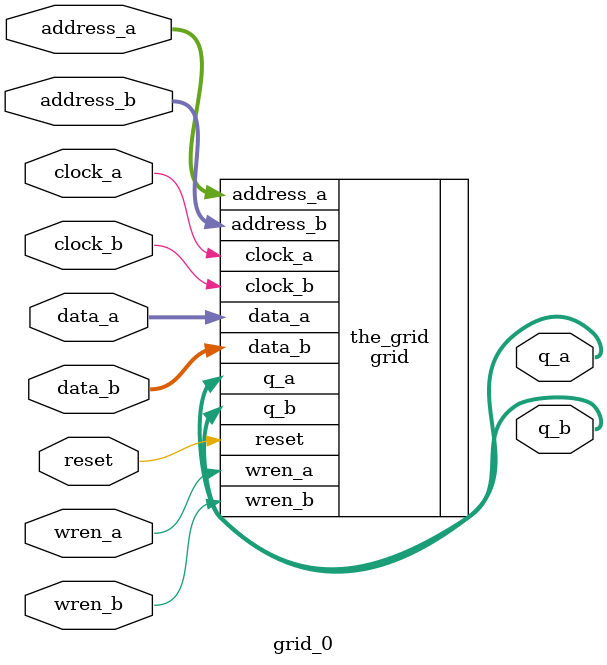
<source format=v>

`timescale 1ns / 1ps
// synthesis translate_on

// turn off superfluous verilog processor warnings 
// altera message_level Level1 
// altera message_off 10034 10035 10036 10037 10230 10240 10030 

module grid_0 (
                // inputs:
                 address_a,
                 address_b,
                 clock_a,
                 clock_b,
                 data_a,
                 data_b,
                 reset,
                 wren_a,
                 wren_b,

                // outputs:
                 q_a,
                 q_b
              )
;

  output  [  7: 0] q_a;
  output  [  7: 0] q_b;
  input   [ 10: 0] address_a;
  input   [ 10: 0] address_b;
  input            clock_a;
  input            clock_b;
  input   [  7: 0] data_a;
  input   [  7: 0] data_b;
  input            reset;
  input            wren_a;
  input            wren_b;

  wire    [  7: 0] q_a;
  wire    [  7: 0] q_b;
  grid the_grid
    (
      .address_a (address_a),
      .address_b (address_b),
      .clock_a   (clock_a),
      .clock_b   (clock_b),
      .data_a    (data_a),
      .data_b    (data_b),
      .q_a       (q_a),
      .q_b       (q_b),
      .reset     (reset),
      .wren_a    (wren_a),
      .wren_b    (wren_b)
    );


endmodule


</source>
